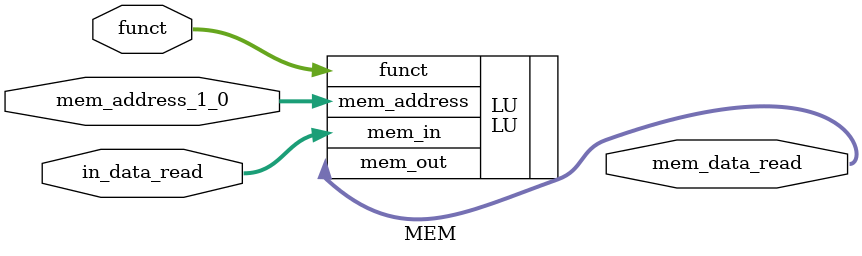
<source format=v>
`timescale 1ns/1ns

module MEM(mem_address_1_0,in_data_read,funct,mem_data_read);

input [31:0]in_data_read;
input [1:0]mem_address_1_0;
input [2:0]funct;
output [31:0]mem_data_read;

LU LU(.funct(funct),.mem_address(mem_address_1_0),.mem_out(mem_data_read),.mem_in(in_data_read));

endmodule

</source>
